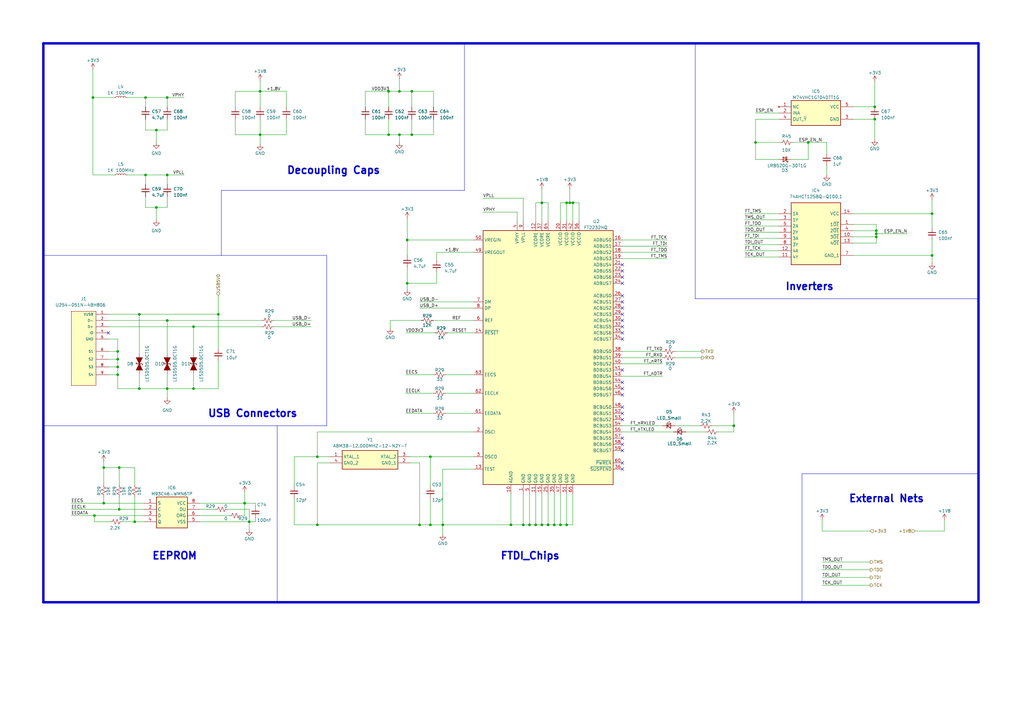
<source format=kicad_sch>
(kicad_sch (version 20230121) (generator eeschema)
  (paper "A3")
  (junction (at 102.235 213.995))
  (junction (at 79.375 133.985))
  (junction (at 167.005 98.425))
  (junction (at 219.71 215.265))
  (junction (at 176.53 187.325))
  (junction (at 163.83 55.245))
  (junction (at 217.17 215.265))
  (junction (at 68.58 159.385))
  (junction (at 159.385 37.465))
  (junction (at 358.775 48.895))
  (junction (at 38.735 211.455))
  (junction (at 106.68 37.465))
  (junction (at 163.83 37.465))
  (junction (at 38.1 40.005))
  (junction (at 68.58 71.755))
  (junction (at 382.27 104.775))
  (junction (at 159.385 55.245))
  (junction (at 167.005 116.205))
  (junction (at 59.69 71.755))
  (junction (at 68.58 40.005))
  (junction (at 229.87 215.265))
  (junction (at 64.135 53.34))
  (junction (at 48.26 144.145))
  (junction (at 359.41 95.885))
  (junction (at 168.91 55.245))
  (junction (at 172.085 215.265))
  (junction (at 130.175 215.265))
  (junction (at 48.26 147.32))
  (junction (at 181.61 215.265))
  (junction (at 48.26 153.67))
  (junction (at 382.27 87.63))
  (junction (at 106.68 55.245))
  (junction (at 232.41 215.265))
  (junction (at 176.53 215.265))
  (junction (at 89.535 128.905))
  (junction (at 168.91 37.465))
  (junction (at 55.245 213.995))
  (junction (at 214.63 215.265))
  (junction (at 68.58 131.445))
  (junction (at 227.33 215.265))
  (junction (at 224.79 215.265))
  (junction (at 48.895 191.77))
  (junction (at 59.69 40.005))
  (junction (at 130.175 187.325))
  (junction (at 42.545 191.77))
  (junction (at 48.26 150.495))
  (junction (at 209.55 215.265))
  (junction (at 331.47 58.42))
  (junction (at 100.33 206.375))
  (junction (at 309.88 58.42))
  (junction (at 358.775 43.815))
  (junction (at 233.68 83.185))
  (junction (at 79.375 159.385))
  (junction (at 234.95 83.185))
  (junction (at 232.41 83.185))
  (junction (at 222.25 83.185))
  (junction (at 48.895 208.915))
  (junction (at 64.135 85.09))
  (junction (at 300.99 174.625))
  (junction (at 222.25 215.265))
  (junction (at 359.41 97.155))
  (junction (at 359.41 94.615))
  (junction (at 57.15 128.905))
  (junction (at 57.15 159.385))
  (junction (at 42.545 206.375))
  (no_connect (at 255.27 167.005))
  (no_connect (at 255.27 161.925))
  (no_connect (at 255.27 169.545))
  (no_connect (at 255.27 156.845))
  (no_connect (at 255.27 136.525))
  (no_connect (at 255.27 151.765))
  (no_connect (at 255.27 133.985))
  (no_connect (at 255.27 184.785))
  (no_connect (at 255.27 111.125))
  (no_connect (at 255.27 121.285))
  (no_connect (at 255.27 189.865))
  (no_connect (at 255.27 123.825))
  (no_connect (at 255.27 128.905))
  (no_connect (at 255.27 172.085))
  (no_connect (at 255.27 159.385))
  (no_connect (at 255.27 113.665))
  (no_connect (at 255.27 116.205))
  (no_connect (at 44.45 136.525))
  (no_connect (at 255.27 131.445))
  (no_connect (at 255.27 108.585))
  (no_connect (at 255.27 192.405))
  (no_connect (at 255.27 126.365))
  (no_connect (at 255.27 179.705))
  (no_connect (at 255.27 139.065))
  (no_connect (at 255.27 182.245))
  (wire (pts (xy 130.175 187.325) (xy 135.255 187.325)))
  (polyline (pts (xy 133.985 104.775) (xy 133.985 174.625)))
  (wire (pts (xy 337.185 233.68) (xy 356.87 233.68)))
  (wire (pts (xy 149.86 48.895) (xy 149.86 55.245)))
  (wire (pts (xy 177.8 37.465) (xy 177.8 43.815)))
  (wire (pts (xy 276.86 144.145) (xy 287.655 144.145)))
  (wire (pts (xy 276.86 174.625) (xy 287.02 174.625)))
  (wire (pts (xy 382.27 87.63) (xy 382.27 93.345)))
  (wire (pts (xy 59.69 53.34) (xy 64.135 53.34)))
  (wire (pts (xy 149.86 55.245) (xy 159.385 55.245)))
  (wire (pts (xy 229.87 215.265) (xy 229.87 202.565)))
  (wire (pts (xy 163.83 55.245) (xy 163.83 58.42)))
  (wire (pts (xy 120.65 187.325) (xy 130.175 187.325)))
  (wire (pts (xy 217.17 215.265) (xy 217.17 202.565)))
  (wire (pts (xy 159.385 37.465) (xy 163.83 37.465)))
  (wire (pts (xy 100.33 206.375) (xy 81.915 206.375)))
  (wire (pts (xy 96.52 48.895) (xy 96.52 55.245)))
  (wire (pts (xy 167.005 116.205) (xy 167.005 118.745)))
  (wire (pts (xy 232.41 83.185) (xy 233.68 83.185)))
  (wire (pts (xy 168.91 55.245) (xy 177.8 55.245)))
  (wire (pts (xy 44.45 133.985) (xy 79.375 133.985)))
  (polyline (pts (xy 285.115 122.555) (xy 401.32 122.555)))
  (wire (pts (xy 79.375 145.415) (xy 79.375 133.985)))
  (wire (pts (xy 167.005 89.535) (xy 167.005 98.425)))
  (wire (pts (xy 48.26 144.145) (xy 48.26 147.32)))
  (wire (pts (xy 382.27 81.915) (xy 382.27 87.63)))
  (wire (pts (xy 79.375 153.035) (xy 79.375 159.385)))
  (wire (pts (xy 112.395 133.985) (xy 127.635 133.985)))
  (wire (pts (xy 166.37 161.29) (xy 177.8 161.29)))
  (wire (pts (xy 44.45 128.905) (xy 57.15 128.905)))
  (wire (pts (xy 177.8 131.445) (xy 194.31 131.445)))
  (wire (pts (xy 305.435 102.87) (xy 319.405 102.87)))
  (wire (pts (xy 176.53 187.325) (xy 194.31 187.325)))
  (wire (pts (xy 59.69 85.09) (xy 64.135 85.09)))
  (wire (pts (xy 331.47 65.405) (xy 331.47 58.42)))
  (polyline (pts (xy 328.93 247.015) (xy 328.93 194.31)))
  (wire (pts (xy 96.52 43.815) (xy 96.52 37.465)))
  (wire (pts (xy 120.65 204.47) (xy 120.65 215.265)))
  (wire (pts (xy 59.69 40.005) (xy 68.58 40.005)))
  (wire (pts (xy 48.26 150.495) (xy 48.26 153.67)))
  (wire (pts (xy 319.405 48.895) (xy 309.88 48.895)))
  (wire (pts (xy 349.885 43.815) (xy 358.775 43.815)))
  (wire (pts (xy 89.535 147.955) (xy 89.535 159.385)))
  (wire (pts (xy 382.27 98.425) (xy 382.27 104.775)))
  (wire (pts (xy 224.79 215.265) (xy 227.33 215.265)))
  (wire (pts (xy 93.345 208.915) (xy 102.235 208.915)))
  (wire (pts (xy 359.41 97.155) (xy 359.41 99.695)))
  (wire (pts (xy 176.53 215.265) (xy 181.61 215.265)))
  (wire (pts (xy 337.185 230.505) (xy 356.87 230.505)))
  (wire (pts (xy 219.71 215.265) (xy 222.25 215.265)))
  (wire (pts (xy 182.88 153.67) (xy 194.31 153.67)))
  (wire (pts (xy 255.27 98.425) (xy 273.685 98.425)))
  (wire (pts (xy 130.175 177.165) (xy 130.175 187.325)))
  (wire (pts (xy 104.775 213.995) (xy 104.775 212.725)))
  (wire (pts (xy 179.07 111.76) (xy 179.07 116.205)))
  (wire (pts (xy 55.245 213.995) (xy 59.055 213.995)))
  (wire (pts (xy 305.435 105.41) (xy 319.405 105.41)))
  (wire (pts (xy 42.545 203.835) (xy 42.545 206.375)))
  (wire (pts (xy 130.175 189.865) (xy 130.175 215.265)))
  (wire (pts (xy 44.45 139.065) (xy 48.26 139.065)))
  (wire (pts (xy 168.275 189.865) (xy 172.085 189.865)))
  (wire (pts (xy 117.475 55.245) (xy 117.475 48.895)))
  (wire (pts (xy 358.775 33.655) (xy 358.775 43.815)))
  (polyline (pts (xy 90.805 104.775) (xy 133.985 104.775)))
  (wire (pts (xy 176.53 204.47) (xy 176.53 215.265)))
  (polyline (pts (xy 401.32 247.015) (xy 17.78 247.015)) (stroke (width 1)))
  (wire (pts (xy 102.235 208.915) (xy 102.235 213.995)))
  (wire (pts (xy 68.58 131.445) (xy 107.315 131.445)))
  (wire (pts (xy 237.49 83.185) (xy 237.49 90.805)))
  (wire (pts (xy 182.88 161.29) (xy 194.31 161.29)))
  (wire (pts (xy 305.435 100.33) (xy 319.405 100.33)))
  (wire (pts (xy 44.45 153.67) (xy 48.26 153.67)))
  (polyline (pts (xy 90.805 104.775) (xy 90.805 78.105)))
  (wire (pts (xy 44.45 144.145) (xy 48.26 144.145)))
  (wire (pts (xy 234.95 83.185) (xy 234.95 90.805)))
  (wire (pts (xy 255.27 144.145) (xy 271.78 144.145)))
  (wire (pts (xy 48.26 159.385) (xy 57.15 159.385)))
  (wire (pts (xy 68.58 53.34) (xy 68.58 48.895)))
  (wire (pts (xy 209.55 215.265) (xy 209.55 202.565)))
  (wire (pts (xy 68.58 71.755) (xy 68.58 75.565)))
  (wire (pts (xy 349.885 104.775) (xy 382.27 104.775)))
  (wire (pts (xy 172.085 215.265) (xy 176.53 215.265)))
  (wire (pts (xy 234.95 215.265) (xy 234.95 202.565)))
  (polyline (pts (xy 133.985 174.625) (xy 17.78 174.625)))
  (polyline (pts (xy 401.32 17.78) (xy 401.32 247.015)) (stroke (width 1)))
  (wire (pts (xy 104.775 207.645) (xy 104.775 206.375)))
  (wire (pts (xy 234.95 83.185) (xy 237.49 83.185)))
  (wire (pts (xy 167.005 116.205) (xy 179.07 116.205)))
  (wire (pts (xy 232.41 215.265) (xy 234.95 215.265)))
  (wire (pts (xy 255.27 154.305) (xy 271.78 154.305)))
  (wire (pts (xy 100.33 201.93) (xy 100.33 206.375)))
  (wire (pts (xy 64.135 53.34) (xy 68.58 53.34)))
  (wire (pts (xy 229.87 83.185) (xy 229.87 90.805)))
  (wire (pts (xy 359.41 95.885) (xy 372.11 95.885)))
  (wire (pts (xy 48.895 208.915) (xy 59.055 208.915)))
  (wire (pts (xy 331.47 58.42) (xy 339.09 58.42)))
  (wire (pts (xy 359.41 95.885) (xy 359.41 97.155)))
  (wire (pts (xy 292.1 174.625) (xy 300.99 174.625)))
  (wire (pts (xy 224.79 83.185) (xy 224.79 90.805)))
  (wire (pts (xy 212.09 90.805) (xy 212.09 86.995)))
  (wire (pts (xy 29.21 211.455) (xy 38.735 211.455)))
  (wire (pts (xy 112.395 131.445) (xy 127.635 131.445)))
  (wire (pts (xy 68.58 71.755) (xy 75.565 71.755)))
  (wire (pts (xy 106.68 55.245) (xy 117.475 55.245)))
  (wire (pts (xy 325.12 58.42) (xy 331.47 58.42)))
  (wire (pts (xy 89.535 128.905) (xy 89.535 142.875)))
  (wire (pts (xy 214.63 215.265) (xy 214.63 202.565)))
  (wire (pts (xy 89.535 121.285) (xy 89.535 128.905)))
  (wire (pts (xy 198.12 86.995) (xy 212.09 86.995)))
  (wire (pts (xy 59.69 80.645) (xy 59.69 85.09)))
  (wire (pts (xy 305.435 90.17) (xy 319.405 90.17)))
  (wire (pts (xy 181.61 215.265) (xy 209.55 215.265)))
  (wire (pts (xy 179.07 103.505) (xy 179.07 106.68)))
  (wire (pts (xy 59.69 71.755) (xy 68.58 71.755)))
  (wire (pts (xy 183.515 136.525) (xy 194.31 136.525)))
  (wire (pts (xy 229.87 215.265) (xy 232.41 215.265)))
  (wire (pts (xy 177.8 55.245) (xy 177.8 48.895)))
  (wire (pts (xy 48.26 153.67) (xy 48.26 159.385)))
  (wire (pts (xy 337.185 240.03) (xy 356.87 240.03)))
  (wire (pts (xy 172.085 189.865) (xy 172.085 215.265)))
  (wire (pts (xy 172.085 215.265) (xy 130.175 215.265)))
  (wire (pts (xy 102.235 213.995) (xy 102.235 217.17)))
  (wire (pts (xy 300.99 169.545) (xy 300.99 174.625)))
  (wire (pts (xy 48.26 147.32) (xy 48.26 150.495)))
  (polyline (pts (xy 17.78 104.775) (xy 90.805 104.775)))
  (polyline (pts (xy 328.93 194.31) (xy 401.32 194.31)))
  (wire (pts (xy 59.69 43.815) (xy 59.69 40.005)))
  (wire (pts (xy 305.435 87.63) (xy 319.405 87.63)))
  (wire (pts (xy 168.91 37.465) (xy 168.91 43.815)))
  (wire (pts (xy 229.87 83.185) (xy 232.41 83.185)))
  (wire (pts (xy 276.86 146.685) (xy 287.655 146.685)))
  (wire (pts (xy 38.1 40.005) (xy 38.1 71.755)))
  (wire (pts (xy 159.385 55.245) (xy 159.385 48.895)))
  (wire (pts (xy 106.68 37.465) (xy 106.68 43.815)))
  (wire (pts (xy 59.69 75.565) (xy 59.69 71.755)))
  (wire (pts (xy 224.79 215.265) (xy 224.79 202.565)))
  (wire (pts (xy 166.37 169.545) (xy 177.8 169.545)))
  (wire (pts (xy 172.085 126.365) (xy 194.31 126.365)))
  (wire (pts (xy 219.71 83.185) (xy 219.71 90.805)))
  (wire (pts (xy 168.91 55.245) (xy 168.91 48.895)))
  (wire (pts (xy 222.25 215.265) (xy 222.25 202.565)))
  (wire (pts (xy 209.55 215.265) (xy 214.63 215.265)))
  (wire (pts (xy 42.545 206.375) (xy 59.055 206.375)))
  (wire (pts (xy 44.45 150.495) (xy 48.26 150.495)))
  (wire (pts (xy 172.72 131.445) (xy 160.02 131.445)))
  (wire (pts (xy 176.53 187.325) (xy 176.53 199.39)))
  (wire (pts (xy 42.545 191.77) (xy 42.545 198.755)))
  (wire (pts (xy 42.545 189.23) (xy 42.545 191.77)))
  (wire (pts (xy 181.61 192.405) (xy 181.61 215.265)))
  (wire (pts (xy 281.305 177.165) (xy 289.56 177.165)))
  (wire (pts (xy 38.735 211.455) (xy 59.055 211.455)))
  (wire (pts (xy 214.63 90.805) (xy 214.63 81.28)))
  (wire (pts (xy 255.27 103.505) (xy 273.685 103.505)))
  (wire (pts (xy 48.26 139.065) (xy 48.26 144.145)))
  (wire (pts (xy 102.235 213.995) (xy 104.775 213.995)))
  (polyline (pts (xy 285.115 17.78) (xy 285.115 122.555)))
  (wire (pts (xy 106.68 33.02) (xy 106.68 37.465)))
  (wire (pts (xy 57.15 159.385) (xy 57.15 153.035)))
  (wire (pts (xy 29.21 206.375) (xy 42.545 206.375)))
  (wire (pts (xy 305.435 97.79) (xy 319.405 97.79)))
  (wire (pts (xy 337.185 236.855) (xy 356.87 236.855)))
  (wire (pts (xy 233.68 83.185) (xy 234.95 83.185)))
  (wire (pts (xy 255.27 100.965) (xy 273.685 100.965)))
  (wire (pts (xy 337.185 213.36) (xy 337.185 217.805)))
  (wire (pts (xy 219.71 215.265) (xy 219.71 202.565)))
  (wire (pts (xy 227.33 215.265) (xy 227.33 202.565)))
  (wire (pts (xy 57.15 145.415) (xy 57.15 128.905)))
  (wire (pts (xy 48.895 191.77) (xy 55.245 191.77)))
  (wire (pts (xy 117.475 37.465) (xy 117.475 43.815)))
  (wire (pts (xy 168.275 187.325) (xy 176.53 187.325)))
  (polyline (pts (xy 17.78 17.78) (xy 401.32 17.78)) (stroke (width 1)))
  (wire (pts (xy 222.25 77.47) (xy 222.25 83.185)))
  (wire (pts (xy 194.31 98.425) (xy 167.005 98.425)))
  (wire (pts (xy 359.41 99.695) (xy 349.885 99.695)))
  (wire (pts (xy 96.52 55.245) (xy 106.68 55.245)))
  (wire (pts (xy 194.31 192.405) (xy 181.61 192.405)))
  (wire (pts (xy 359.41 92.075) (xy 359.41 94.615)))
  (wire (pts (xy 135.255 189.865) (xy 130.175 189.865)))
  (wire (pts (xy 104.775 206.375) (xy 100.33 206.375)))
  (wire (pts (xy 233.68 77.47) (xy 233.68 83.185)))
  (wire (pts (xy 214.63 215.265) (xy 217.17 215.265)))
  (wire (pts (xy 167.005 98.425) (xy 167.005 104.775)))
  (polyline (pts (xy 17.78 247.015) (xy 17.78 17.78)) (stroke (width 1)))
  (wire (pts (xy 319.405 65.405) (xy 309.88 65.405)))
  (wire (pts (xy 159.385 37.465) (xy 159.385 43.815)))
  (wire (pts (xy 52.07 40.005) (xy 59.69 40.005)))
  (wire (pts (xy 255.27 106.045) (xy 273.685 106.045)))
  (wire (pts (xy 167.005 109.855) (xy 167.005 116.205)))
  (wire (pts (xy 227.33 215.265) (xy 229.87 215.265)))
  (wire (pts (xy 48.895 203.835) (xy 48.895 208.915)))
  (wire (pts (xy 309.88 58.42) (xy 320.04 58.42)))
  (wire (pts (xy 339.09 67.945) (xy 339.09 71.755)))
  (wire (pts (xy 255.27 174.625) (xy 271.78 174.625)))
  (wire (pts (xy 349.885 87.63) (xy 382.27 87.63)))
  (wire (pts (xy 337.185 217.805) (xy 356.87 217.805)))
  (polyline (pts (xy 113.665 174.625) (xy 113.665 247.015)))
  (wire (pts (xy 100.33 206.375) (xy 100.33 211.455)))
  (wire (pts (xy 219.71 83.185) (xy 222.25 83.185)))
  (wire (pts (xy 46.99 71.755) (xy 38.1 71.755)))
  (wire (pts (xy 68.58 40.005) (xy 68.58 43.815)))
  (wire (pts (xy 375.285 217.805) (xy 387.35 217.805)))
  (wire (pts (xy 294.64 177.165) (xy 300.99 177.165)))
  (wire (pts (xy 163.83 55.245) (xy 168.91 55.245)))
  (wire (pts (xy 64.135 53.34) (xy 64.135 58.42)))
  (wire (pts (xy 59.69 48.895) (xy 59.69 53.34)))
  (wire (pts (xy 324.485 65.405) (xy 331.47 65.405)))
  (wire (pts (xy 168.91 37.465) (xy 177.8 37.465)))
  (wire (pts (xy 68.58 159.385) (xy 79.375 159.385)))
  (wire (pts (xy 182.88 169.545) (xy 194.31 169.545)))
  (wire (pts (xy 149.86 37.465) (xy 159.385 37.465)))
  (wire (pts (xy 81.915 208.915) (xy 88.265 208.915)))
  (wire (pts (xy 349.885 48.895) (xy 358.775 48.895)))
  (wire (pts (xy 68.58 40.005) (xy 75.565 40.005)))
  (wire (pts (xy 198.12 81.28) (xy 214.63 81.28)))
  (wire (pts (xy 106.68 37.465) (xy 117.475 37.465)))
  (wire (pts (xy 64.135 85.09) (xy 64.135 90.17)))
  (wire (pts (xy 255.27 177.165) (xy 276.225 177.165)))
  (wire (pts (xy 45.085 213.995) (xy 38.735 213.995)))
  (wire (pts (xy 96.52 37.465) (xy 106.68 37.465)))
  (wire (pts (xy 38.1 28.575) (xy 38.1 40.005)))
  (wire (pts (xy 120.65 199.39) (xy 120.65 187.325)))
  (wire (pts (xy 222.25 83.185) (xy 224.79 83.185)))
  (wire (pts (xy 159.385 55.245) (xy 163.83 55.245)))
  (wire (pts (xy 163.83 32.385) (xy 163.83 37.465)))
  (wire (pts (xy 55.245 203.835) (xy 55.245 213.995)))
  (wire (pts (xy 79.375 133.985) (xy 107.315 133.985)))
  (wire (pts (xy 29.21 208.915) (xy 48.895 208.915)))
  (wire (pts (xy 358.775 48.895) (xy 358.775 57.15)))
  (wire (pts (xy 222.25 215.265) (xy 224.79 215.265)))
  (wire (pts (xy 42.545 191.77) (xy 48.895 191.77)))
  (wire (pts (xy 339.09 62.865) (xy 339.09 58.42)))
  (wire (pts (xy 194.31 103.505) (xy 179.07 103.505)))
  (wire (pts (xy 359.41 97.155) (xy 349.885 97.155)))
  (wire (pts (xy 52.07 71.755) (xy 59.69 71.755)))
  (wire (pts (xy 309.88 46.355) (xy 319.405 46.355)))
  (wire (pts (xy 50.165 213.995) (xy 55.245 213.995)))
  (wire (pts (xy 166.37 153.67) (xy 177.8 153.67)))
  (wire (pts (xy 172.085 123.825) (xy 194.31 123.825)))
  (wire (pts (xy 120.65 215.265) (xy 130.175 215.265)))
  (wire (pts (xy 68.58 159.385) (xy 68.58 153.035)))
  (polyline (pts (xy 90.805 78.105) (xy 190.5 78.105)))
  (wire (pts (xy 359.41 94.615) (xy 349.885 94.615)))
  (wire (pts (xy 163.83 37.465) (xy 168.91 37.465)))
  (wire (pts (xy 55.245 191.77) (xy 55.245 198.755)))
  (wire (pts (xy 232.41 215.265) (xy 232.41 202.565)))
  (wire (pts (xy 99.06 211.455) (xy 100.33 211.455)))
  (wire (pts (xy 232.41 83.185) (xy 232.41 90.805)))
  (wire (pts (xy 106.68 55.245) (xy 106.68 59.055)))
  (wire (pts (xy 68.58 85.09) (xy 68.58 80.645)))
  (wire (pts (xy 181.61 215.265) (xy 181.61 219.075)))
  (wire (pts (xy 305.435 95.25) (xy 319.405 95.25)))
  (wire (pts (xy 106.68 48.895) (xy 106.68 55.245)))
  (wire (pts (xy 309.88 65.405) (xy 309.88 58.42)))
  (wire (pts (xy 359.41 94.615) (xy 359.41 95.885)))
  (wire (pts (xy 48.895 191.77) (xy 48.895 198.755)))
  (wire (pts (xy 68.58 163.195) (xy 68.58 159.385)))
  (wire (pts (xy 81.915 213.995) (xy 102.235 213.995)))
  (wire (pts (xy 44.45 147.32) (xy 48.26 147.32)))
  (wire (pts (xy 359.41 92.075) (xy 349.885 92.075)))
  (wire (pts (xy 194.31 177.165) (xy 130.175 177.165)))
  (wire (pts (xy 57.15 128.905) (xy 89.535 128.905)))
  (wire (pts (xy 81.915 211.455) (xy 93.98 211.455)))
  (wire (pts (xy 255.27 146.685) (xy 271.78 146.685)))
  (wire (pts (xy 382.27 107.95) (xy 382.27 104.775)))
  (wire (pts (xy 300.99 174.625) (xy 300.99 177.165)))
  (wire (pts (xy 309.88 48.895) (xy 309.88 58.42)))
  (wire (pts (xy 160.02 131.445) (xy 160.02 134.62)))
  (wire (pts (xy 149.86 37.465) (xy 149.86 43.815)))
  (wire (pts (xy 57.15 159.385) (xy 68.58 159.385)))
  (wire (pts (xy 68.58 145.415) (xy 68.58 131.445)))
  (wire (pts (xy 38.1 40.005) (xy 46.99 40.005)))
  (wire (pts (xy 222.25 83.185) (xy 222.25 90.805)))
  (wire (pts (xy 89.535 159.385) (xy 79.375 159.385)))
  (wire (pts (xy 44.45 131.445) (xy 68.58 131.445)))
  (wire (pts (xy 387.35 213.36) (xy 387.35 217.805)))
  (wire (pts (xy 305.435 92.71) (xy 319.405 92.71)))
  (wire (pts (xy 255.27 149.225) (xy 271.78 149.225)))
  (wire (pts (xy 64.135 85.09) (xy 68.58 85.09)))
  (polyline (pts (xy 190.5 78.105) (xy 190.5 17.78)))
  (wire (pts (xy 166.37 136.525) (xy 178.435 136.525)))
  (wire (pts (xy 217.17 215.265) (xy 219.71 215.265)))
  (wire (pts (xy 38.735 213.995) (xy 38.735 211.455)))
  (text "EEPROM" (at 62.23 229.87 0) (effects (font (size 3 3) (thickness 0.6) bold) (justify left bottom)))
  (text "FTDI_Chips" (at 205.105 229.87 0) (effects (font (size 3 3) (thickness 0.6) bold) (justify left bottom)))
  (text "USB Connectors" (at 85.09 171.45 0) (effects (font (size 3 3) (thickness 0.6) bold) (justify left bottom)))
  (text "External Nets\n" (at 347.98 206.375 0) (effects (font (size 3 3) (thickness 0.6) bold) (justify left bottom)))
  (text "Inverters\n" (at 321.945 119.38 0) (effects (font (size 3 3) (thickness 0.6) bold) (justify left bottom)))
  (text "Decoupling Caps\n" (at 117.475 71.755 0) (effects (font (size 3 3) (thickness 0.6) bold) (justify left bottom)))
  (label "FT_TDO" (at 273.685 103.505 180))
  (label "ESP_EN_N" (at 372.11 95.885 180))
  (label "FT_TDO" (at 305.435 92.71 0))
  (label "ESP_EN_N" (at 337.185 58.42 180))
  (label "EECS" (at 29.21 206.375 0))
  (label "VPHY" (at 75.565 40.005 180))
  (label "FT_TCK" (at 305.435 102.87 0))
  (label "FT_nRTS" (at 271.78 149.225 180))
  (label "USB_D-" (at 127.635 131.445 180))
  (label "USB_D+" (at 127.635 133.985 180))
  (label "ESP_EN" (at 309.88 46.355 0))
  (label "EEDATA" (at 29.21 211.455 0))
  (label "VPHY" (at 198.12 86.995 0))
  (label "EECLK" (at 29.21 208.915 0))
  (label "+1.8V" (at 109.22 37.465 0))
  (label "FT_nTXLED" (at 258.445 177.165 0))
  (label "FT_TMS" (at 305.435 87.63 0))
  (label "FT_RXD" (at 271.78 146.685 180))
  (label "VPLL" (at 75.565 71.755 180))
  (label "TMS_OUT" (at 337.185 230.505 0))
  (label "TDI_OUT" (at 305.435 100.33 0))
  (label "FT_nDTR" (at 271.78 154.305 180))
  (label "TDI_OUT" (at 337.185 236.855 0))
  (label "VDD3V3" (at 166.37 136.525 0))
  (label "VPLL" (at 198.12 81.28 0))
  (label "FT_TXD" (at 271.78 144.145 180))
  (label "FT_TDI" (at 273.685 100.965 180))
  (label "FT_nRXLED" (at 258.445 174.625 0))
  (label "TDO_OUT" (at 337.185 233.68 0))
  (label "RESET" (at 185.42 136.525 0))
  (label "EECLK" (at 166.37 161.29 0))
  (label "TCK_OUT" (at 305.435 105.41 0))
  (label "TMS_OUT" (at 305.435 90.17 0))
  (label "EEDATA" (at 166.37 169.545 0))
  (label "FT_TDI" (at 305.435 97.79 0))
  (label "USB_D-" (at 172.085 123.825 0))
  (label "FT_TCK" (at 273.685 98.425 180))
  (label "TDO_OUT" (at 305.435 95.25 0))
  (label "TCK_OUT" (at 337.185 240.03 0))
  (label "USB_D+" (at 172.085 126.365 0))
  (label "FT_TMS" (at 273.685 106.045 180))
  (label "+1.8V" (at 182.245 103.505 0))
  (label "EECS" (at 166.37 153.67 0))
  (label "REF" (at 185.42 131.445 0))
  (label "VDD3V3" (at 152.4 37.465 0))
  (hierarchical_label "TXD" (shape output) (at 287.655 144.145 0))
  (hierarchical_label "+1V8" (shape input) (at 375.285 217.805 180))
  (hierarchical_label "TMS" (shape output) (at 356.87 230.505 0))
  (hierarchical_label "TDO" (shape output) (at 356.87 233.68 0))
  (hierarchical_label "RXD" (shape output) (at 287.655 146.685 0))
  (hierarchical_label "TDI" (shape output) (at 356.87 236.855 0))
  (hierarchical_label "+3V3" (shape input) (at 356.87 217.805 0))
  (hierarchical_label "TCK" (shape output) (at 356.87 240.03 0))
  (hierarchical_label "USB5V0" (shape input) (at 89.535 121.285 90))
  (symbol (lib_id "power:GND") (at 160.02 134.62 0) (unit 1)
    (property "Reference" "#PWR02" (effects hide))
    (property "Value" "GND" (at 160.02 138.43 0))
  )
  (symbol (lib_id "SamacSys_Parts:M93C46-WMN6TP") (at 59.055 206.375 0) (unit 1)
    (property "Reference" "IC6" (at 70.485 200.025 0))
    (property "Value" "M93C46-WMN6TP" (at 70.485 202.565 0))
    (property "Footprint" "SamacSys_Parts:SOIC127P600X175-8N" (effects hide))
    (property "Datasheet" "http://www.st.com/st-web-ui/static/active/en/resource/technical/document/datasheet/CD00001142.pdf" (effects hide))
    (property "Height" "1.75" (effects hide))
    (property "Manufacturer_Name" "STMicroelectronics" (effects hide))
    (property "Manufacturer_Part_Number" "M93C46-WMN6TP" (effects hide))
    (property "Mouser Part Number" "511-M93C46-WMN6TP" (effects hide))
    (property "Mouser Price/Stock" "https://www.mouser.co.uk/ProductDetail/STMicroelectronics/M93C46-WMN6TP?qs=O4M3kN6RNVArPY6XuNLEiw%3D%3D" (effects hide))
    (property "Arrow Part Number" "M93C46-WMN6TP" (effects hide))
    (property "Arrow Price/Stock" "https://www.arrow.com/en/products/m93c46-wmn6tp/stmicroelectronics" (effects hide))
  )
  (symbol (lib_id "Device:R_Small_US") (at 90.805 208.915 90) (unit 1)
    (property "Reference" "R29" (at 88.265 207.645 90) (effects (justify left)))
    (property "Value" "0" (at 93.345 207.645 90) (effects (justify left)))
    (property "Footprint" "Resistor_SMD:R_0402_1005Metric_Pad0.72x0.64mm_HandSolder" (effects hide))
    (instances (project "sparton_7" (path "" (reference "R29") (unit 1)) (path "" (reference "R62") (unit 1))))
  )
  (symbol (lib_id "Device:R_Small_US") (at 292.1 177.165 90) (unit 1)
    (property "Reference" "R44" (at 292.1 179.705 90))
    (property "Value" "2.2K" (at 292.1 181.61 90))
    (property "Footprint" "Resistor_SMD:R_0402_1005Metric_Pad0.72x0.64mm_HandSolder" (effects hide))
  )
  (symbol (lib_id "power:GND") (at 167.005 118.745 0) (unit 1)
    (property "Reference" "#PWR04" (effects hide))
    (property "Value" "GND" (at 167.005 122.555 0))
  )
  (symbol (lib_id "power:GND") (at 358.775 57.15 0) (unit 1)
    (property "Reference" "#PWR012" (effects hide))
    (property "Value" "GND" (at 358.775 60.96 0))
  )
  (symbol (lib_id "power:+1V8") (at 222.25 77.47 0) (unit 1)
    (property "Reference" "#PWR05" (effects hide))
    (property "Value" "+1V8" (at 222.25 73.66 0))
  )
  (symbol (lib_id "Device:C_Small") (at 149.86 46.355 0) (unit 1)
    (property "Reference" "C61" (at 152.4 45.7263 0) (effects (justify left)))
    (property "Value" "100nf" (at 152.4 48.2663 0) (effects (justify left)))
    (property "Footprint" "Capacitor_SMD:C_0402_1005Metric_Pad0.74x0.62mm_HandSolder" (effects hide))
  )
  (symbol (lib_id "power:GND") (at 68.58 163.195 0) (unit 1)
    (property "Reference" "#PWR022" (effects hide))
    (property "Value" "GND" (at 68.58 168.275 0))
    (instances (project "sparton_7" (path "" (reference "#PWR022") (unit 1))) (project "ESP_DEVKIT_V1.0.3" (path "" (reference "#PWR0101") (unit 1))))
  )
  (symbol (lib_id "Device:C_Small") (at 59.69 46.355 0) (unit 1)
    (property "Reference" "C57" (at 62.23 45.7263 0) (effects (justify left)))
    (property "Value" "4.7uf" (at 62.23 48.2663 0) (effects (justify left)))
    (property "Footprint" "Capacitor_SMD:C_0402_1005Metric_Pad0.74x0.62mm_HandSolder" (effects hide))
  )
  (symbol (lib_id "Interface_USB:FT2232HQ") (at 224.79 146.685 0) (unit 1)
    (property "Reference" "U2" (at 243.205 90.805 0) (effects (justify left)))
    (property "Value" "FT2232HQ" (at 239.4459 93.345 0) (effects (justify left)))
    (property "Footprint" "Package_DFN_QFN:QFN-64-1EP_9x9mm_P0.5mm_EP4.35x4.35mm" (effects hide))
    (property "Datasheet" "https://www.ftdichip.com/Support/Documents/DataSheets/ICs/DS_FT2232H.pdf" (effects hide))
  )
  (symbol (lib_id "Device:D_TVS_Filled") (at 68.58 149.225 90) (unit 1)
    (property "Reference" "D10" (at 63.5 149.225 90) (effects (justify right)))
    (property "Value" "LESD5D5.0CT1G" (at 71.755 141.605 0) (effects (justify right)))
    (property "Footprint" "SamacSys_Parts:LESD5D50CT1G" (effects hide))
    (instances (project "sparton_7" (path "" (reference "D10") (unit 1))) (project "ESP_DEVKIT_V1.0.3" (path "" (reference "D3") (unit 1))))
  )
  (symbol (lib_id "Device:R_Small_US") (at 48.895 201.295 180) (unit 1)
    (property "Reference" "R29" (at 46.99 199.39 90) (effects (justify left)))
    (property "Value" "10K" (at 50.8 199.39 90) (effects (justify left)))
    (property "Footprint" "Resistor_SMD:R_0402_1005Metric_Pad0.72x0.64mm_HandSolder" (effects hide))
    (instances (project "sparton_7" (path "" (reference "R29") (unit 1)) (path "" (reference "R66") (unit 1))))
  )
  (symbol (lib_id "Device:C_Small") (at 159.385 46.355 0) (unit 1)
    (property "Reference" "C62" (at 161.925 45.7263 0) (effects (justify left)))
    (property "Value" "100nf" (at 161.925 48.2663 0) (effects (justify left)))
    (property "Footprint" "Capacitor_SMD:C_0402_1005Metric_Pad0.74x0.62mm_HandSolder" (effects hide))
  )
  (symbol (lib_id "Device:R_Small_US") (at 180.34 153.67 90) (unit 1)
    (property "Reference" "R29" (at 182.245 151.765 90) (effects (justify left)))
    (property "Value" "33" (at 181.61 155.575 90) (effects (justify left)))
    (property "Footprint" "Resistor_SMD:R_0402_1005Metric_Pad0.72x0.64mm_HandSolder" (effects hide))
    (instances (project "sparton_7" (path "" (reference "R29") (unit 1)) (path "" (reference "R39") (unit 1))))
  )
  (symbol (lib_id "power:+3V3") (at 233.68 77.47 0) (unit 1)
    (property "Reference" "#PWR09" (effects hide))
    (property "Value" "+3V3" (at 233.68 73.66 0))
  )
  (symbol (lib_id "power:+3V3") (at 382.27 81.915 0) (unit 1)
    (property "Reference" "#PWR014" (effects hide))
    (property "Value" "+3V3" (at 382.27 78.105 0))
  )
  (symbol (lib_id "power:GND") (at 106.68 59.055 0) (unit 1)
    (property "Reference" "#PWR03" (effects hide))
    (property "Value" "GND" (at 106.68 62.865 0))
  )
  (symbol (lib_id "power:+3V3") (at 42.545 189.23 0) (unit 1)
    (property "Reference" "#PWR027" (effects hide))
    (property "Value" "+3V3" (at 42.545 185.42 0))
  )
  (symbol (lib_id "Device:C_Small") (at 177.8 46.355 0) (unit 1)
    (property "Reference" "C64" (at 180.34 45.7263 0) (effects (justify left)))
    (property "Value" "100nf" (at 180.34 48.2663 0) (effects (justify left)))
    (property "Footprint" "Capacitor_SMD:C_0402_1005Metric_Pad0.74x0.62mm_HandSolder" (effects hide))
  )
  (symbol (lib_id "power:GND") (at 64.135 90.17 0) (unit 1)
    (property "Reference" "#PWR017" (effects hide))
    (property "Value" "GND" (at 64.135 94.615 0))
  )
  (symbol (lib_id "power:+1V8") (at 387.35 213.36 0) (unit 1)
    (property "Reference" "#PWR030" (effects hide))
    (property "Value" "+1V8" (at 387.35 209.55 0))
  )
  (symbol (lib_id "SamacSys_Parts:M74VHC1GT04DTT1G") (at 319.405 43.815 0) (unit 1)
    (property "Reference" "IC5" (at 334.645 37.465 0))
    (property "Value" "M74VHC1GT04DTT1G" (at 334.645 40.005 0))
    (property "Footprint" "SamacSys_Parts:SOT95P275X110-5N" (effects hide))
    (property "Datasheet" "https://datasheet.datasheetarchive.com/originals/distributors/Datasheets-24/DSA-461716.pdf" (effects hide))
    (property "Height" "1.1" (effects hide))
    (property "Manufacturer_Name" "onsemi" (effects hide))
    (property "Manufacturer_Part_Number" "M74VHC1GT04DTT1G" (effects hide))
    (property "Mouser Part Number" "863-M74VHC1GT04DTT1G" (effects hide))
    (property "Mouser Price/Stock" "https://www.mouser.co.uk/ProductDetail/ON-Semiconductor/M74VHC1GT04DTT1G?qs=3JMERSakebqPQxvIoYQqAg%3D%3D" (effects hide))
    (property "Arrow Part Number" "M74VHC1GT04DTT1G" (effects hide))
    (property "Arrow Price/Stock" "https://www.arrow.com/en/products/m74vhc1gt04dtt1g/on-semiconductor" (effects hide))
  )
  (symbol (lib_id "Device:D_Schottky_Small") (at 321.945 65.405 180) (unit 1)
    (property "Reference" "D3" (at 323.215 69.85 0) (effects (justify left)))
    (property "Value" "LRB520G-30T1G" (at 330.835 67.945 0) (effects (justify left)))
    (property "Footprint" "SamacSys_Parts:BZX84B2V7215" (effects hide))
    (instances (project "sparton_7" (path "" (reference "D3") (unit 1)) (path "" (reference "D7") (unit 1))))
  )
  (symbol (lib_id "power:+3V3") (at 300.99 169.545 0) (unit 1)
    (property "Reference" "#PWR015" (effects hide))
    (property "Value" "+3V3" (at 300.99 165.735 0))
  )
  (symbol (lib_id "SamacSys_Parts:ABM3B-12.000MHZ-12-N2Y-T") (at 135.255 187.325 0) (unit 1)
    (property "Reference" "Y1" (at 151.765 180.34 0))
    (property "Value" "ABM3B-12.000MHZ-12-N2Y-T" (at 151.765 182.88 0))
    (property "Footprint" "SamacSys_Parts:ABM3B" (effects hide))
    (property "Datasheet" "https://abracon.com/Resonators/abm3b.pdf" (effects hide))
    (property "Height" "1.1" (effects hide))
    (property "Manufacturer_Name" "ABRACON" (effects hide))
    (property "Manufacturer_Part_Number" "ABM3B-12.000MHZ-12-N2Y-T" (effects hide))
    (property "Mouser Part Number" "815-ABM3B12MHZ12N2YT" (effects hide))
    (property "Mouser Price/Stock" "https://www.mouser.co.uk/ProductDetail/ABRACON/ABM3B-12.000MHZ-12-N2Y-T?qs=wnTfsH77Xs69uGvgi9fDqw%3D%3D" (effects hide))
  )
  (symbol (lib_id "power:+3V3") (at 163.83 32.385 0) (unit 1)
    (property "Reference" "#PWR08" (effects hide))
    (property "Value" "+3V3" (at 163.83 28.575 0))
  )
  (symbol (lib_id "Device:R_Small_US") (at 109.855 131.445 90) (unit 1)
    (property "Reference" "R29" (at 112.395 127.635 90) (effects (justify left)))
    (property "Value" "0" (at 111.125 129.54 90) (effects (justify left)))
    (property "Footprint" "Resistor_SMD:R_0402_1005Metric_Pad0.72x0.64mm_HandSolder" (effects hide))
    (instances (project "sparton_7" (path "" (reference "R29") (unit 1)) (path "" (reference "R46") (unit 1))))
  )
  (symbol (lib_id "KiCadSymbols:USB_B_10118193-0001LF") (at 34.29 136.525 0) (mirror y) (unit 1)
    (property "Reference" "J1" (at 34.29 122.555 0))
    (property "Value" "U254-051N-4BH806" (at 33.02 125.095 0))
    (property "Footprint" "footprints:U254-051N-4BH806" (effects hide))
    (property "DESCRIPTION" "Single Port 5 Contact Shielded SMT MICRO USB B-Type Receptacle" (effects hide))
    (property "MP" "10118193-0001LF" (effects hide))
    (property "AVAILABILITY" "Unavailable" (effects hide))
    (property "PRICE" "None" (effects hide))
    (property "MF" "Amphenol FCI" (effects hide))
    (property "PACKAGE" "None" (effects hide))
  )
  (symbol (lib_id "Device:D_TVS_Filled") (at 57.15 149.225 90) (unit 1)
    (property "Reference" "D8" (at 52.07 149.225 90) (effects (justify right)))
    (property "Value" "LESD5D5.0CT1G" (at 60.325 141.605 0) (effects (justify right)))
    (property "Footprint" "SamacSys_Parts:LESD5D50CT1G" (effects hide))
    (instances (project "sparton_7" (path "" (reference "D8") (unit 1))) (project "ESP_DEVKIT_V1.0.3" (path "" (reference "D1") (unit 1))))
  )
  (symbol (lib_id "power:+1V8") (at 106.68 33.02 0) (unit 1)
    (property "Reference" "#PWR06" (effects hide))
    (property "Value" "+1V8" (at 106.68 29.21 0))
  )
  (symbol (lib_id "Device:R_Small_US") (at 175.26 131.445 90) (unit 1)
    (property "Reference" "R29" (at 177.165 129.54 90) (effects (justify left)))
    (property "Value" "12K" (at 177.165 133.35 90) (effects (justify left)))
    (property "Footprint" "Resistor_SMD:R_0402_1005Metric_Pad0.72x0.64mm_HandSolder" (effects hide))
    (instances (project "sparton_7" (path "" (reference "R29") (unit 1)) (path "" (reference "R42") (unit 1))))
  )
  (symbol (lib_id "Device:C_Small") (at 120.65 201.93 0) (unit 1)
    (property "Reference" "C54" (at 121.285 198.755 0) (effects (justify left)))
    (property "Value" "12pf" (at 121.285 205.105 0) (effects (justify left)))
    (property "Footprint" "Capacitor_SMD:C_0402_1005Metric_Pad0.74x0.62mm_HandSolder" (effects hide))
  )
  (symbol (lib_id "Device:C_Small") (at 106.68 46.355 0) (unit 1)
    (property "Reference" "C59" (at 109.22 45.7263 0) (effects (justify left)))
    (property "Value" "100nf" (at 109.22 48.2663 0) (effects (justify left)))
    (property "Footprint" "Capacitor_SMD:C_0402_1005Metric_Pad0.74x0.62mm_HandSolder" (effects hide))
  )
  (symbol (lib_id "Device:D_TVS_Filled") (at 79.375 149.225 90) (unit 1)
    (property "Reference" "D11" (at 74.295 149.225 90) (effects (justify right)))
    (property "Value" "LESD5D5.0CT1G" (at 82.55 141.605 0) (effects (justify right)))
    (property "Footprint" "SamacSys_Parts:LESD5D50CT1G" (effects hide))
    (instances (project "sparton_7" (path "" (reference "D11") (unit 1))) (project "ESP_DEVKIT_V1.0.3" (path "" (reference "D4") (unit 1))))
  )
  (symbol (lib_id "Device:L_Small") (at 49.53 71.755 90) (unit 1)
    (property "Reference" "L5" (at 49.53 67.31 90))
    (property "Value" "1K 100MHz" (at 49.53 69.85 90))
    (property "Footprint" "Inductor_SMD:L_0603_1608Metric_Pad1.05x0.95mm_HandSolder" (effects hide))
  )
  (symbol (lib_id "Device:L_Small") (at 49.53 40.005 90) (unit 1)
    (property "Reference" "L4" (at 49.53 35.56 90))
    (property "Value" "1K 100MHz" (at 49.53 38.1 90))
    (property "Footprint" "Inductor_SMD:L_0603_1608Metric_Pad1.05x0.95mm_HandSolder" (effects hide))
  )
  (symbol (lib_id "power:GND") (at 339.09 71.755 0) (unit 1)
    (property "Reference" "#PWR011" (effects hide))
    (property "Value" "GND" (at 339.09 75.565 0))
  )
  (symbol (lib_id "Device:C_Small") (at 176.53 201.93 0) (unit 1)
    (property "Reference" "C53" (at 177.165 198.755 0) (effects (justify left)))
    (property "Value" "12pf" (at 177.165 205.105 0) (effects (justify left)))
    (property "Footprint" "Capacitor_SMD:C_0402_1005Metric_Pad0.74x0.62mm_HandSolder" (effects hide))
  )
  (symbol (lib_id "Device:C_Small") (at 68.58 46.355 0) (unit 1)
    (property "Reference" "C68" (at 71.12 45.7263 0) (effects (justify left)))
    (property "Value" "100nf" (at 71.12 48.2663 0) (effects (justify left)))
    (property "Footprint" "Capacitor_SMD:C_0402_1005Metric_Pad0.74x0.62mm_HandSolder" (effects hide))
  )
  (symbol (lib_id "Device:R_Small_US") (at 180.34 161.29 90) (unit 1)
    (property "Reference" "R29" (at 182.245 159.385 90) (effects (justify left)))
    (property "Value" "33" (at 181.61 163.195 90) (effects (justify left)))
    (property "Footprint" "Resistor_SMD:R_0402_1005Metric_Pad0.72x0.64mm_HandSolder" (effects hide))
    (instances (project "sparton_7" (path "" (reference "R29") (unit 1)) (path "" (reference "R38") (unit 1))))
  )
  (symbol (lib_id "SamacSys_Parts:74AHCT125BQ-Q100,1") (at 319.405 95.885 0) (unit 1)
    (property "Reference" "IC4" (at 334.645 78.105 0))
    (property "Value" "74AHCT125BQ-Q100,1" (at 334.645 80.645 0))
    (property "Footprint" "SamacSys_Parts:SOIC127P600X175-14N" (effects hide))
    (property "Datasheet" "https://assets.nexperia.com/documents/data-sheet/74AHC_AHCT125_Q100.pdf" (effects hide))
    (property "Height" "1" (effects hide))
    (property "Manufacturer_Name" "Nexperia" (effects hide))
    (property "Manufacturer_Part_Number" "74AHCT125BQ-Q100,1" (effects hide))
    (property "Mouser Part Number" "771-74AHCT125BQQ1001" (effects hide))
    (property "Mouser Price/Stock" "https://www.mouser.co.uk/ProductDetail/Nexperia/74AHCT125BQ-Q1001?qs=1sbE9T7hb3bKN2C%2FwH0weg%3D%3D" (effects hide))
    (property "Arrow Part Number" "74AHCT125BQ-Q100,1" (effects hide))
    (property "Arrow Price/Stock" "https://www.arrow.com/en/products/74ahct125bq-q1001/nexperia?region=nac" (effects hide))
  )
  (symbol (lib_id "Device:R_Small_US") (at 274.32 144.145 90) (unit 1)
    (property "Reference" "R29" (at 276.86 140.335 90) (effects (justify left)))
    (property "Value" "0" (at 275.59 142.24 90) (effects (justify left)))
    (property "Footprint" "Resistor_SMD:R_0402_1005Metric_Pad0.72x0.64mm_HandSolder" (effects hide))
    (instances (project "sparton_7" (path "" (reference "R29") (unit 1)) (path "" (reference "R48") (unit 1))))
  )
  (symbol (lib_id "Device:R_Small_US") (at 109.855 133.985 90) (unit 1)
    (property "Reference" "R29" (at 112.395 136.525 90) (effects (justify left)))
    (property "Value" "0" (at 111.125 138.43 90) (effects (justify left)))
    (property "Footprint" "Resistor_SMD:R_0402_1005Metric_Pad0.72x0.64mm_HandSolder" (effects hide))
    (instances (project "sparton_7" (path "" (reference "R29") (unit 1)) (path "" (reference "R47") (unit 1))))
  )
  (symbol (lib_id "Device:C_Small") (at 117.475 46.355 0) (unit 1)
    (property "Reference" "C60" (at 120.015 45.7263 0) (effects (justify left)))
    (property "Value" "100nf" (at 120.015 48.2663 0) (effects (justify left)))
    (property "Footprint" "Capacitor_SMD:C_0402_1005Metric_Pad0.74x0.62mm_HandSolder" (effects hide))
  )
  (symbol (lib_id "Device:R_Small_US") (at 96.52 211.455 90) (unit 1)
    (property "Reference" "R29" (at 101.6 212.725 90) (effects (justify left)))
    (property "Value" "0" (at 93.345 212.725 90) (effects (justify left)))
    (property "Footprint" "Resistor_SMD:R_0402_1005Metric_Pad0.72x0.64mm_HandSolder" (effects hide))
    (instances (project "sparton_7" (path "" (reference "R29") (unit 1)) (path "" (reference "R63") (unit 1))))
  )
  (symbol (lib_id "Device:C_Small") (at 382.27 95.885 0) (unit 1)
    (property "Reference" "C65" (at 384.81 95.2563 0) (effects (justify left)))
    (property "Value" "100nf" (at 384.81 97.7963 0) (effects (justify left)))
    (property "Footprint" "Capacitor_SMD:C_0402_1005Metric_Pad0.74x0.62mm_HandSolder" (effects hide))
  )
  (symbol (lib_id "power:GND") (at 163.83 58.42 0) (unit 1)
    (property "Reference" "#PWR07" (effects hide))
    (property "Value" "GND" (at 163.83 62.23 0))
  )
  (symbol (lib_id "Device:R_Small_US") (at 55.245 201.295 180) (unit 1)
    (property "Reference" "R29" (at 53.34 199.39 90) (effects (justify left)))
    (property "Value" "10K" (at 57.15 199.39 90) (effects (justify left)))
    (property "Footprint" "Resistor_SMD:R_0402_1005Metric_Pad0.72x0.64mm_HandSolder" (effects hide))
    (instances (project "sparton_7" (path "" (reference "R29") (unit 1)) (path "" (reference "R67") (unit 1))))
  )
  (symbol (lib_id "Device:C_Small") (at 168.91 46.355 0) (unit 1)
    (property "Reference" "C63" (at 171.45 45.7263 0) (effects (justify left)))
    (property "Value" "100nf" (at 171.45 48.2663 0) (effects (justify left)))
    (property "Footprint" "Capacitor_SMD:C_0402_1005Metric_Pad0.74x0.62mm_HandSolder" (effects hide))
  )
  (symbol (lib_id "Device:C_Small") (at 68.58 78.105 0) (unit 1)
    (property "Reference" "C70" (at 71.12 77.4763 0) (effects (justify left)))
    (property "Value" "100nf" (at 71.12 80.0163 0) (effects (justify left)))
    (property "Footprint" "Capacitor_SMD:C_0402_1005Metric_Pad0.74x0.62mm_HandSolder" (effects hide))
  )
  (symbol (lib_id "Device:C_Small") (at 179.07 109.22 0) (unit 1)
    (property "Reference" "C55" (at 182.245 108.5913 0) (effects (justify left)))
    (property "Value" "4.7uf" (at 182.245 111.1313 0) (effects (justify left)))
    (property "Footprint" "Capacitor_SMD:C_0402_1005Metric_Pad0.74x0.62mm_HandSolder" (effects hide))
  )
  (symbol (lib_id "power:GND") (at 181.61 219.075 0) (unit 1)
    (property "Reference" "#PWR01" (effects hide))
    (property "Value" "GND" (at 181.61 222.885 0))
  )
  (symbol (lib_id "Device:R_Small_US") (at 47.625 213.995 90) (unit 1)
    (property "Reference" "R29" (at 52.705 212.725 90) (effects (justify left)))
    (property "Value" "2.2K" (at 49.53 216.535 90) (effects (justify left)))
    (property "Footprint" "Resistor_SMD:R_0402_1005Metric_Pad0.72x0.64mm_HandSolder" (effects hide))
    (instances (project "sparton_7" (path "" (reference "R29") (unit 1)) (path "" (reference "R64") (unit 1))))
  )
  (symbol (lib_id "Device:C_Small") (at 167.005 107.315 0) (unit 1)
    (property "Reference" "C56" (at 169.545 106.6863 0) (effects (justify left)))
    (property "Value" "4.7uf" (at 169.545 109.2263 0) (effects (justify left)))
    (property "Footprint" "Capacitor_SMD:C_0402_1005Metric_Pad0.74x0.62mm_HandSolder" (effects hide))
  )
  (symbol (lib_id "Device:R_Small_US") (at 274.32 146.685 90) (unit 1)
    (property "Reference" "R29" (at 276.86 149.225 90) (effects (justify left)))
    (property "Value" "0" (at 275.59 151.13 90) (effects (justify left)))
    (property "Footprint" "Resistor_SMD:R_0402_1005Metric_Pad0.72x0.64mm_HandSolder" (effects hide))
    (instances (project "sparton_7" (path "" (reference "R29") (unit 1)) (path "" (reference "R49") (unit 1))))
  )
  (symbol (lib_id "Device:C_Small") (at 358.775 46.355 0) (unit 1)
    (property "Reference" "C67" (at 361.315 45.7263 0) (effects (justify left)))
    (property "Value" "100nf" (at 361.315 48.2663 0) (effects (justify left)))
    (property "Footprint" "Capacitor_SMD:C_0402_1005Metric_Pad0.74x0.62mm_HandSolder" (effects hide))
  )
  (symbol (lib_id "Device:R_Small_US") (at 289.56 174.625 90) (unit 1)
    (property "Reference" "R43" (at 289.56 170.18 90))
    (property "Value" "2.2K" (at 289.56 172.72 90))
    (property "Footprint" "Resistor_SMD:R_0402_1005Metric_Pad0.72x0.64mm_HandSolder" (effects hide))
  )
  (symbol (lib_id "Device:R_Small_US") (at 180.34 169.545 90) (unit 1)
    (property "Reference" "R29" (at 182.245 167.64 90) (effects (justify left)))
    (property "Value" "33" (at 181.61 171.45 90) (effects (justify left)))
    (property "Footprint" "Resistor_SMD:R_0402_1005Metric_Pad0.72x0.64mm_HandSolder" (effects hide))
    (instances (project "sparton_7" (path "" (reference "R29") (unit 1)) (path "" (reference "R40") (unit 1))))
  )
  (symbol (lib_id "Device:R_Small_US") (at 42.545 201.295 180) (unit 1)
    (property "Reference" "R29" (at 40.64 199.39 90) (effects (justify left)))
    (property "Value" "10K" (at 44.45 199.39 90) (effects (justify left)))
    (property "Footprint" "Resistor_SMD:R_0402_1005Metric_Pad0.72x0.64mm_HandSolder" (effects hide))
    (instances (project "sparton_7" (path "" (reference "R29") (unit 1)) (path "" (reference "R65") (unit 1))))
  )
  (symbol (lib_id "Device:C_Small") (at 59.69 78.105 0) (unit 1)
    (property "Reference" "C69" (at 62.23 77.4763 0) (effects (justify left)))
    (property "Value" "4.7uf" (at 62.23 80.0163 0) (effects (justify left)))
    (property "Footprint" "Capacitor_SMD:C_0402_1005Metric_Pad0.74x0.62mm_HandSolder" (effects hide))
  )
  (symbol (lib_id "Device:C_Small") (at 96.52 46.355 0) (unit 1)
    (property "Reference" "C58" (at 99.06 45.7263 0) (effects (justify left)))
    (property "Value" "100nf" (at 99.06 48.2663 0) (effects (justify left)))
    (property "Footprint" "Capacitor_SMD:C_0402_1005Metric_Pad0.74x0.62mm_HandSolder" (effects hide))
  )
  (symbol (lib_id "power:+3V3") (at 358.775 33.655 0) (unit 1)
    (property "Reference" "#PWR013" (effects hide))
    (property "Value" "+3V3" (at 358.775 29.845 0))
  )
  (symbol (lib_id "Device:LED_Small") (at 278.765 177.165 0) (unit 1)
    (property "Reference" "D6" (at 278.7026 180.0391 0))
    (property "Value" "LED_Small" (at 278.7026 181.9441 0))
    (property "Footprint" "LED_SMD:LED_0402_1005Metric_Pad0.77x0.64mm_HandSolder" (effects hide))
  )
  (symbol (lib_id "power:+3V3") (at 337.185 213.36 0) (unit 1)
    (property "Reference" "#PWR021" (effects hide))
    (property "Value" "+3V3" (at 337.185 209.55 0))
  )
  (symbol (lib_id "Device:R_Small_US") (at 180.975 136.525 90) (unit 1)
    (property "Reference" "R29" (at 182.88 134.62 90) (effects (justify left)))
    (property "Value" "1K" (at 182.245 138.43 90) (effects (justify left)))
    (property "Footprint" "Resistor_SMD:R_0402_1005Metric_Pad0.72x0.64mm_HandSolder" (effects hide))
    (instances (project "sparton_7" (path "" (reference "R29") (unit 1)) (path "" (reference "R41") (unit 1))))
  )
  (symbol (lib_id "Device:C_Small") (at 104.775 210.185 0) (unit 1)
    (property "Reference" "C74" (at 105.41 207.01 0) (effects (justify left)))
    (property "Value" "100nf" (at 105.41 213.36 0) (effects (justify left)))
    (property "Footprint" "Capacitor_SMD:C_0402_1005Metric_Pad0.74x0.62mm_HandSolder" (effects hide))
  )
  (symbol (lib_id "power:+3V3") (at 100.33 201.93 0) (unit 1)
    (property "Reference" "#PWR026" (effects hide))
    (property "Value" "+3V3" (at 100.33 198.12 0))
  )
  (symbol (lib_id "power:GND") (at 64.135 58.42 0) (unit 1)
    (property "Reference" "#PWR016" (effects hide))
    (property "Value" "GND" (at 64.135 62.865 0))
  )
  (symbol (lib_id "Device:LED_Small") (at 274.32 174.625 0) (unit 1)
    (property "Reference" "D5" (at 274.3835 168.91 0))
    (property "Value" "LED_Small" (at 274.3835 171.45 0))
    (property "Footprint" "LED_SMD:LED_0402_1005Metric_Pad0.77x0.64mm_HandSolder" (effects hide))
  )
  (symbol (lib_id "power:+3V3") (at 38.1 28.575 0) (unit 1)
    (property "Reference" "#PWR018" (effects hide))
    (property "Value" "+3V3" (at 38.1 24.765 0))
  )
  (symbol (lib_id "power:+3V3") (at 167.005 89.535 0) (unit 1)
    (property "Reference" "#PWR023" (effects hide))
    (property "Value" "+3V3" (at 167.005 85.725 0))
  )
  (symbol (lib_id "power:GND") (at 102.235 217.17 0) (unit 1)
    (property "Reference" "#PWR025" (effects hide))
    (property "Value" "GND" (at 102.235 220.98 0))
  )
  (symbol (lib_id "Device:R_Small_US") (at 322.58 58.42 90) (unit 1)
    (property "Reference" "R45" (at 322.58 55.88 90))
    (property "Value" "10K" (at 322.58 61.595 90))
    (property "Footprint" "Resistor_SMD:R_0402_1005Metric_Pad0.72x0.64mm_HandSolder" (effects hide))
  )
  (symbol (lib_id "power:GND") (at 382.27 107.95 0) (unit 1)
    (property "Reference" "#PWR010" (effects hide))
    (property "Value" "GND" (at 382.27 111.76 0))
  )
  (symbol (lib_id "Device:C_Small") (at 339.09 65.405 0) (unit 1)
    (property "Reference" "C66" (at 341.63 64.7763 0) (effects (justify left)))
    (property "Value" "1uf" (at 341.63 67.3163 0) (effects (justify left)))
    (property "Footprint" "Capacitor_SMD:C_0402_1005Metric_Pad0.74x0.62mm_HandSolder" (effects hide))
  )
  (symbol (lib_id "Device:C_Small") (at 89.535 145.415 0) (unit 1)
    (property "Reference" "C71" (at 92.71 144.1512 0) (effects (justify left)))
    (property "Value" "10uf" (at 92.71 146.6912 0) (effects (justify left)))
    (property "Footprint" "Capacitor_SMD:C_0603_1608Metric" (effects hide))
    (instances (project "sparton_7" (path "" (reference "C71") (unit 1))) (project "ESP_DEVKIT_V1.0.3" (path "" (reference "C1") (unit 1))))
  )
)
</source>
